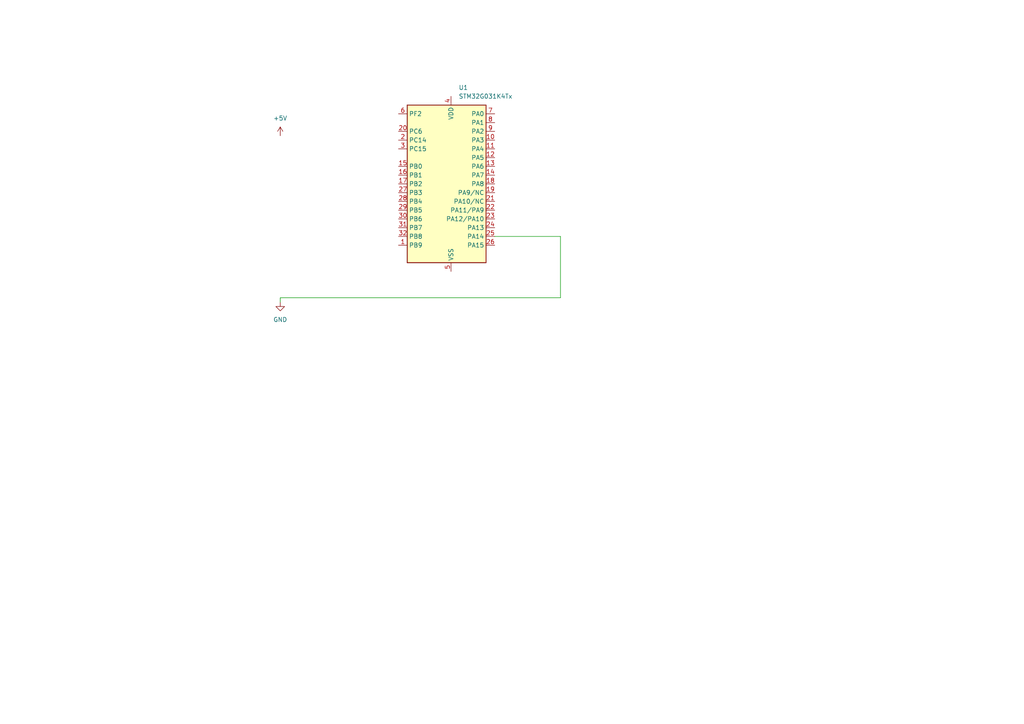
<source format=kicad_sch>
(kicad_sch (version 20230121) (generator eeschema)
  (paper "A4")
  (lib_symbols
    (symbol "MCU_ST_STM32G0:STM32G031K4Tx"
      (property "Reference" "U" (at -10.16 24.13 0))
      (property "Value" "STM32G031K4Tx" (at 5.08 24.13 0))
      (symbol "STM32G031K4Tx_0_1"
        (rectangle (start -10.16 -22.86) (end 12.7 22.86) (stroke (width 0.254)) (fill (type background)))
      )
      (symbol "STM32G031K4Tx_1_1"
        (pin bidirectional line (at -12.7 -17.78 0) (length 2.54) (name "PB9") (number "1"))
        (pin bidirectional line (at 15.24 12.7 180) (length 2.54) (name "PA3") (number "10"))
        (pin bidirectional line (at 15.24 10.16 180) (length 2.54) (name "PA4") (number "11"))
        (pin bidirectional line (at 15.24 7.62 180) (length 2.54) (name "PA5") (number "12"))
        (pin bidirectional line (at 15.24 5.08 180) (length 2.54) (name "PA6") (number "13"))
        (pin bidirectional line (at 15.24 2.54 180) (length 2.54) (name "PA7") (number "14"))
        (pin bidirectional line (at -12.7 5.08 0) (length 2.54) (name "PB0") (number "15"))
        (pin bidirectional line (at -12.7 2.54 0) (length 2.54) (name "PB1") (number "16"))
        (pin bidirectional line (at -12.7 0 0) (length 2.54) (name "PB2") (number "17"))
        (pin bidirectional line (at 15.24 0 180) (length 2.54) (name "PA8") (number "18"))
        (pin bidirectional line (at 15.24 -2.54 180) (length 2.54) (name "PA9/NC") (number "19"))
        (pin bidirectional line (at -12.7 12.7 0) (length 2.54) (name "PC14") (number "2"))
        (pin bidirectional line (at -12.7 15.24 0) (length 2.54) (name "PC6") (number "20"))
        (pin bidirectional line (at 15.24 -5.08 180) (length 2.54) (name "PA10/NC") (number "21"))
        (pin bidirectional line (at 15.24 -7.62 180) (length 2.54) (name "PA11/PA9") (number "22"))
        (pin bidirectional line (at 15.24 -10.16 180) (length 2.54) (name "PA12/PA10") (number "23"))
        (pin bidirectional line (at 15.24 -12.7 180) (length 2.54) (name "PA13") (number "24"))
        (pin bidirectional line (at 15.24 -15.24 180) (length 2.54) (name "PA14") (number "25"))
        (pin bidirectional line (at 15.24 -17.78 180) (length 2.54) (name "PA15") (number "26"))
        (pin bidirectional line (at -12.7 -2.54 0) (length 2.54) (name "PB3") (number "27"))
        (pin bidirectional line (at -12.7 -5.08 0) (length 2.54) (name "PB4") (number "28"))
        (pin bidirectional line (at -12.7 -7.62 0) (length 2.54) (name "PB5") (number "29"))
        (pin bidirectional line (at -12.7 10.16 0) (length 2.54) (name "PC15") (number "3"))
        (pin bidirectional line (at -12.7 -10.16 0) (length 2.54) (name "PB6") (number "30"))
        (pin bidirectional line (at -12.7 -12.7 0) (length 2.54) (name "PB7") (number "31"))
        (pin bidirectional line (at -12.7 -15.24 0) (length 2.54) (name "PB8") (number "32"))
        (pin power_in line (at 2.54 25.4 270) (length 2.54) (name "VDD") (number "4"))
        (pin power_in line (at 2.54 -25.4 90) (length 2.54) (name "VSS") (number "5"))
        (pin bidirectional line (at -12.7 20.32 0) (length 2.54) (name "PF2") (number "6"))
        (pin bidirectional line (at 15.24 20.32 180) (length 2.54) (name "PA0") (number "7"))
        (pin bidirectional line (at 15.24 17.78 180) (length 2.54) (name "PA1") (number "8"))
        (pin bidirectional line (at 15.24 15.24 180) (length 2.54) (name "PA2") (number "9"))
      )
    )
    (symbol "power:+5V" (power) (pin_names (offset 0))
      (property "Value" "+5V" (at 0 3.556 0))
      (symbol "+5V_0_1"
        (polyline (pts (xy -0.762 1.27) (xy 0 2.54)))
        (polyline (pts (xy 0 0) (xy 0 2.54)))
        (polyline (pts (xy 0 2.54) (xy 0.762 1.27)))
      )
      (symbol "+5V_1_1"
        (pin power_in line (at 0 0 90) (length 0) hide (name "+5V") (number "1"))
      )
    )
    (symbol "power:GND" (power) (pin_names (offset 0))
      (property "Value" "GND" (at 0 -3.81 0))
      (symbol "GND_0_1"
        (polyline (pts (xy 0 0) (xy 0 -1.27) (xy 1.27 -1.27) (xy 0 -2.54) (xy -1.27 -1.27) (xy 0 -1.27)))
      )
      (symbol "GND_1_1"
        (pin power_in line (at 0 0 270) (length 0) hide (name "GND") (number "1"))
      )
    )
  )
  (wire (pts (xy 143.51 68.58) (xy 162.56 68.58)))
  (wire (pts (xy 162.56 68.58) (xy 162.56 86.36)))
  (wire (pts (xy 162.56 86.36) (xy 81.28 86.36)))
  (wire (pts (xy 81.28 87.63) (xy 81.28 86.36)))
  (symbol (lib_id "power:+5V") (at 81.28 39.37 0) (unit 1)
    (property "Reference" "#PWR01" (effects hide))
    (property "Value" "+5V" (at 81.28 34.29 0))
  )
  (symbol (lib_id "MCU_ST_STM32G0:STM32G031K4Tx") (at 128.27 53.34 0) (unit 1)
    (property "Reference" "U1" (at 133.0041 25.4 0) (effects (justify left)))
    (property "Value" "STM32G031K4Tx" (at 133.0041 27.94 0) (effects (justify left)))
    (property "Footprint" "Package_QFP:LQFP-32_7x7mm_P0.8mm" (effects hide))
    (property "Datasheet" "https://www.st.com/resource/en/datasheet/stm32g031k4.pdf" (effects hide))
  )
  (symbol (lib_id "power:GND") (at 81.28 87.63 0) (unit 1)
    (property "Reference" "#PWR02" (effects hide))
    (property "Value" "GND" (at 81.28 92.71 0))
  )
)
</source>
